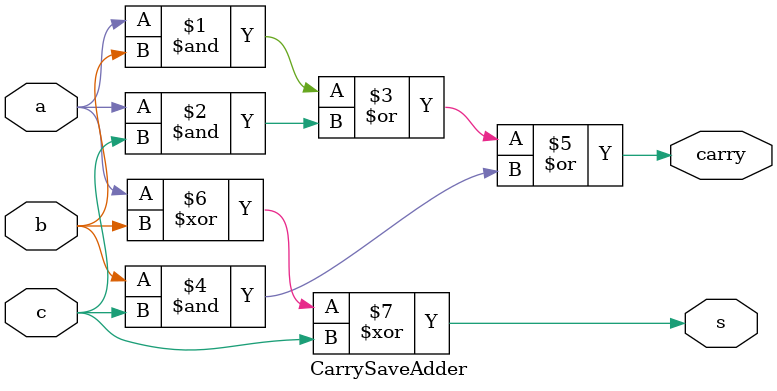
<source format=sv>


module CarrySaveAdder (
    input a, b, c,
    output carry, s
);
    // rtl实现
    assign carry = a & b | a & c | b & c;
    assign s = a ^ b ^ c;
    // 不知用原语如何，用与非门还是正常的与/或；不知自定义原语如何

endmodule

</source>
